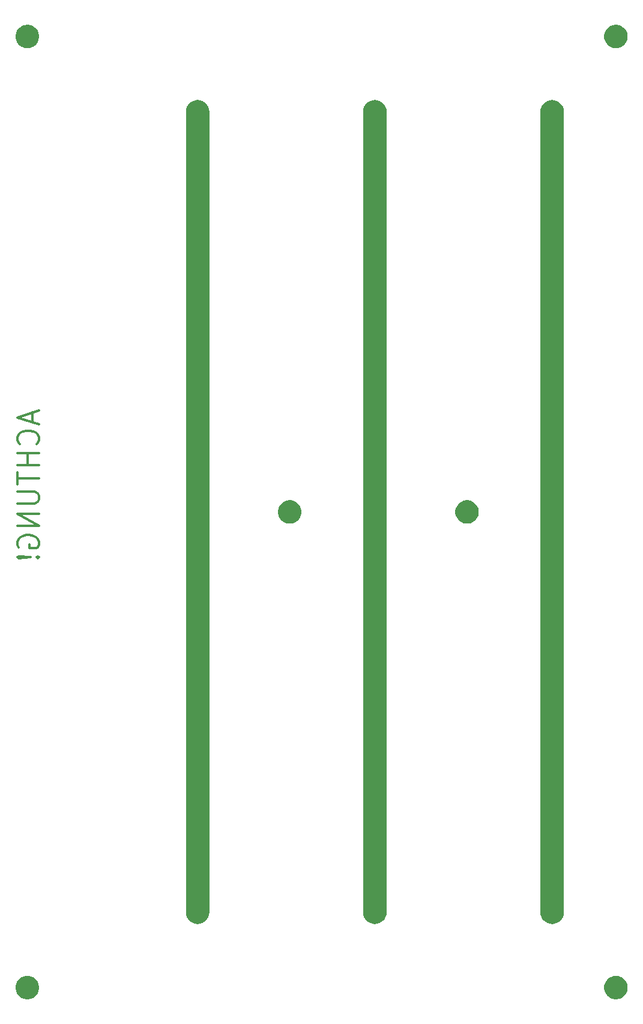
<source format=gbr>
G04 #@! TF.GenerationSoftware,KiCad,Pcbnew,(5.1.5)-3*
G04 #@! TF.CreationDate,2020-02-27T12:36:48+00:00*
G04 #@! TF.ProjectId,midi fader alps 100mm,6d696469-2066-4616-9465-7220616c7073,rev?*
G04 #@! TF.SameCoordinates,Original*
G04 #@! TF.FileFunction,Soldermask,Bot*
G04 #@! TF.FilePolarity,Negative*
%FSLAX46Y46*%
G04 Gerber Fmt 4.6, Leading zero omitted, Abs format (unit mm)*
G04 Created by KiCad (PCBNEW (5.1.5)-3) date 2020-02-27 12:36:48*
%MOMM*%
%LPD*%
G04 APERTURE LIST*
%ADD10C,0.300000*%
%ADD11C,0.100000*%
G04 APERTURE END LIST*
D10*
X225749999Y-104964289D02*
X225749999Y-106392860D01*
X226607142Y-104678574D02*
X223607143Y-105678574D01*
X226607142Y-106678574D01*
X226321428Y-109392859D02*
X226464285Y-109250002D01*
X226607142Y-108821430D01*
X226607142Y-108535716D01*
X226464285Y-108107145D01*
X226178571Y-107821431D01*
X225892856Y-107678573D01*
X225321428Y-107535716D01*
X224892857Y-107535716D01*
X224321428Y-107678573D01*
X224035714Y-107821431D01*
X223750000Y-108107145D01*
X223607143Y-108535716D01*
X223607143Y-108821430D01*
X223750000Y-109250002D01*
X223892857Y-109392859D01*
X226607142Y-110678572D02*
X223607143Y-110678572D01*
X225035714Y-110678572D02*
X225035714Y-112392858D01*
X226607142Y-112392858D02*
X223607143Y-112392858D01*
X223607143Y-113392857D02*
X223607143Y-115107142D01*
X226607142Y-114250000D02*
X223607143Y-114250000D01*
X223607143Y-116107142D02*
X226035714Y-116107142D01*
X226321428Y-116249999D01*
X226464285Y-116392856D01*
X226607142Y-116678570D01*
X226607142Y-117249999D01*
X226464285Y-117535713D01*
X226321428Y-117678570D01*
X226035714Y-117821427D01*
X223607143Y-117821427D01*
X226607142Y-119249998D02*
X223607143Y-119249998D01*
X226607142Y-120964283D01*
X223607143Y-120964283D01*
X223750000Y-123964282D02*
X223607143Y-123678568D01*
X223607143Y-123249997D01*
X223750000Y-122821426D01*
X224035714Y-122535711D01*
X224321428Y-122392854D01*
X224892857Y-122249997D01*
X225321428Y-122249997D01*
X225892856Y-122392854D01*
X226178571Y-122535711D01*
X226464285Y-122821426D01*
X226607142Y-123249997D01*
X226607142Y-123535711D01*
X226464285Y-123964282D01*
X226321428Y-124107139D01*
X225321428Y-124107139D01*
X225321428Y-123535711D01*
X226321428Y-125392853D02*
X226464285Y-125535710D01*
X226607142Y-125392853D01*
X226464285Y-125249996D01*
X226321428Y-125392853D01*
X226607142Y-125392853D01*
X225464285Y-125392853D02*
X223750000Y-125249996D01*
X223607143Y-125392853D01*
X223750000Y-125535710D01*
X225464285Y-125392853D01*
X223607143Y-125392853D01*
D11*
G36*
X225375256Y-184391298D02*
G01*
X225481579Y-184412447D01*
X225782042Y-184536903D01*
X226052451Y-184717585D01*
X226282415Y-184947549D01*
X226463097Y-185217958D01*
X226587553Y-185518421D01*
X226651000Y-185837391D01*
X226651000Y-186162609D01*
X226587553Y-186481579D01*
X226463097Y-186782042D01*
X226282415Y-187052451D01*
X226052451Y-187282415D01*
X225782042Y-187463097D01*
X225481579Y-187587553D01*
X225375256Y-187608702D01*
X225162611Y-187651000D01*
X224837389Y-187651000D01*
X224624744Y-187608702D01*
X224518421Y-187587553D01*
X224217958Y-187463097D01*
X223947549Y-187282415D01*
X223717585Y-187052451D01*
X223536903Y-186782042D01*
X223412447Y-186481579D01*
X223349000Y-186162609D01*
X223349000Y-185837391D01*
X223412447Y-185518421D01*
X223536903Y-185217958D01*
X223717585Y-184947549D01*
X223947549Y-184717585D01*
X224217958Y-184536903D01*
X224518421Y-184412447D01*
X224624744Y-184391298D01*
X224837389Y-184349000D01*
X225162611Y-184349000D01*
X225375256Y-184391298D01*
G37*
G36*
X308375256Y-184391298D02*
G01*
X308481579Y-184412447D01*
X308782042Y-184536903D01*
X309052451Y-184717585D01*
X309282415Y-184947549D01*
X309463097Y-185217958D01*
X309587553Y-185518421D01*
X309651000Y-185837391D01*
X309651000Y-186162609D01*
X309587553Y-186481579D01*
X309463097Y-186782042D01*
X309282415Y-187052451D01*
X309052451Y-187282415D01*
X308782042Y-187463097D01*
X308481579Y-187587553D01*
X308375256Y-187608702D01*
X308162611Y-187651000D01*
X307837389Y-187651000D01*
X307624744Y-187608702D01*
X307518421Y-187587553D01*
X307217958Y-187463097D01*
X306947549Y-187282415D01*
X306717585Y-187052451D01*
X306536903Y-186782042D01*
X306412447Y-186481579D01*
X306349000Y-186162609D01*
X306349000Y-185837391D01*
X306412447Y-185518421D01*
X306536903Y-185217958D01*
X306717585Y-184947549D01*
X306947549Y-184717585D01*
X307217958Y-184536903D01*
X307518421Y-184412447D01*
X307624744Y-184391298D01*
X307837389Y-184349000D01*
X308162611Y-184349000D01*
X308375256Y-184391298D01*
G37*
G36*
X274323650Y-60972888D02*
G01*
X274634869Y-61067296D01*
X274921682Y-61220601D01*
X274921684Y-61220602D01*
X274921683Y-61220602D01*
X275173082Y-61426918D01*
X275379398Y-61678316D01*
X275379401Y-61678320D01*
X275532704Y-61965130D01*
X275627112Y-62276349D01*
X275651000Y-62518893D01*
X275651000Y-175481107D01*
X275627112Y-175723651D01*
X275532704Y-176034870D01*
X275379401Y-176321680D01*
X275379399Y-176321683D01*
X275379398Y-176321684D01*
X275173082Y-176573082D01*
X274921684Y-176779398D01*
X274921680Y-176779401D01*
X274634870Y-176932704D01*
X274323651Y-177027112D01*
X274000000Y-177058988D01*
X273676350Y-177027112D01*
X273365131Y-176932704D01*
X273078321Y-176779401D01*
X273078317Y-176779398D01*
X272826919Y-176573082D01*
X272620603Y-176321684D01*
X272620602Y-176321683D01*
X272620600Y-176321680D01*
X272467297Y-176034870D01*
X272372889Y-175723651D01*
X272349001Y-175481107D01*
X272349000Y-62518894D01*
X272372888Y-62276350D01*
X272467296Y-61965131D01*
X272620601Y-61678318D01*
X272826916Y-61426921D01*
X272826918Y-61426918D01*
X273078316Y-61220602D01*
X273078317Y-61220601D01*
X273078320Y-61220599D01*
X273365130Y-61067296D01*
X273676349Y-60972888D01*
X274000000Y-60941012D01*
X274323650Y-60972888D01*
G37*
G36*
X299323650Y-60972888D02*
G01*
X299634869Y-61067296D01*
X299921682Y-61220601D01*
X299921684Y-61220602D01*
X299921683Y-61220602D01*
X300173082Y-61426918D01*
X300379398Y-61678316D01*
X300379401Y-61678320D01*
X300532704Y-61965130D01*
X300627112Y-62276349D01*
X300651000Y-62518893D01*
X300651000Y-175481107D01*
X300627112Y-175723651D01*
X300532704Y-176034870D01*
X300379401Y-176321680D01*
X300379399Y-176321683D01*
X300379398Y-176321684D01*
X300173082Y-176573082D01*
X299921684Y-176779398D01*
X299921680Y-176779401D01*
X299634870Y-176932704D01*
X299323651Y-177027112D01*
X299000000Y-177058988D01*
X298676350Y-177027112D01*
X298365131Y-176932704D01*
X298078321Y-176779401D01*
X298078317Y-176779398D01*
X297826919Y-176573082D01*
X297620603Y-176321684D01*
X297620602Y-176321683D01*
X297620600Y-176321680D01*
X297467297Y-176034870D01*
X297372889Y-175723651D01*
X297349001Y-175481107D01*
X297349000Y-62518894D01*
X297372888Y-62276350D01*
X297467296Y-61965131D01*
X297620601Y-61678318D01*
X297826916Y-61426921D01*
X297826918Y-61426918D01*
X298078316Y-61220602D01*
X298078317Y-61220601D01*
X298078320Y-61220599D01*
X298365130Y-61067296D01*
X298676349Y-60972888D01*
X299000000Y-60941012D01*
X299323650Y-60972888D01*
G37*
G36*
X249323650Y-60972888D02*
G01*
X249634869Y-61067296D01*
X249921682Y-61220601D01*
X249921684Y-61220602D01*
X249921683Y-61220602D01*
X250173082Y-61426918D01*
X250379398Y-61678316D01*
X250379401Y-61678320D01*
X250532704Y-61965130D01*
X250627112Y-62276349D01*
X250651000Y-62518893D01*
X250651000Y-175481107D01*
X250627112Y-175723651D01*
X250532704Y-176034870D01*
X250379401Y-176321680D01*
X250379399Y-176321683D01*
X250379398Y-176321684D01*
X250173082Y-176573082D01*
X249921684Y-176779398D01*
X249921680Y-176779401D01*
X249634870Y-176932704D01*
X249323651Y-177027112D01*
X249000000Y-177058988D01*
X248676350Y-177027112D01*
X248365131Y-176932704D01*
X248078321Y-176779401D01*
X248078317Y-176779398D01*
X247826919Y-176573082D01*
X247620603Y-176321684D01*
X247620602Y-176321683D01*
X247620600Y-176321680D01*
X247467297Y-176034870D01*
X247372889Y-175723651D01*
X247349001Y-175481107D01*
X247349000Y-62518894D01*
X247372888Y-62276350D01*
X247467296Y-61965131D01*
X247620601Y-61678318D01*
X247826916Y-61426921D01*
X247826918Y-61426918D01*
X248078316Y-61220602D01*
X248078317Y-61220601D01*
X248078320Y-61220599D01*
X248365130Y-61067296D01*
X248676349Y-60972888D01*
X249000000Y-60941012D01*
X249323650Y-60972888D01*
G37*
G36*
X287375256Y-117391298D02*
G01*
X287481579Y-117412447D01*
X287782042Y-117536903D01*
X288052451Y-117717585D01*
X288282415Y-117947549D01*
X288463097Y-118217958D01*
X288587553Y-118518421D01*
X288651000Y-118837391D01*
X288651000Y-119162609D01*
X288587553Y-119481579D01*
X288463097Y-119782042D01*
X288282415Y-120052451D01*
X288052451Y-120282415D01*
X287782042Y-120463097D01*
X287481579Y-120587553D01*
X287375256Y-120608702D01*
X287162611Y-120651000D01*
X286837389Y-120651000D01*
X286624744Y-120608702D01*
X286518421Y-120587553D01*
X286217958Y-120463097D01*
X285947549Y-120282415D01*
X285717585Y-120052451D01*
X285536903Y-119782042D01*
X285412447Y-119481579D01*
X285349000Y-119162609D01*
X285349000Y-118837391D01*
X285412447Y-118518421D01*
X285536903Y-118217958D01*
X285717585Y-117947549D01*
X285947549Y-117717585D01*
X286217958Y-117536903D01*
X286518421Y-117412447D01*
X286624744Y-117391298D01*
X286837389Y-117349000D01*
X287162611Y-117349000D01*
X287375256Y-117391298D01*
G37*
G36*
X262375256Y-117391298D02*
G01*
X262481579Y-117412447D01*
X262782042Y-117536903D01*
X263052451Y-117717585D01*
X263282415Y-117947549D01*
X263463097Y-118217958D01*
X263587553Y-118518421D01*
X263651000Y-118837391D01*
X263651000Y-119162609D01*
X263587553Y-119481579D01*
X263463097Y-119782042D01*
X263282415Y-120052451D01*
X263052451Y-120282415D01*
X262782042Y-120463097D01*
X262481579Y-120587553D01*
X262375256Y-120608702D01*
X262162611Y-120651000D01*
X261837389Y-120651000D01*
X261624744Y-120608702D01*
X261518421Y-120587553D01*
X261217958Y-120463097D01*
X260947549Y-120282415D01*
X260717585Y-120052451D01*
X260536903Y-119782042D01*
X260412447Y-119481579D01*
X260349000Y-119162609D01*
X260349000Y-118837391D01*
X260412447Y-118518421D01*
X260536903Y-118217958D01*
X260717585Y-117947549D01*
X260947549Y-117717585D01*
X261217958Y-117536903D01*
X261518421Y-117412447D01*
X261624744Y-117391298D01*
X261837389Y-117349000D01*
X262162611Y-117349000D01*
X262375256Y-117391298D01*
G37*
G36*
X308375256Y-50391298D02*
G01*
X308481579Y-50412447D01*
X308782042Y-50536903D01*
X309052451Y-50717585D01*
X309282415Y-50947549D01*
X309463097Y-51217958D01*
X309587553Y-51518421D01*
X309651000Y-51837391D01*
X309651000Y-52162609D01*
X309587553Y-52481579D01*
X309463097Y-52782042D01*
X309282415Y-53052451D01*
X309052451Y-53282415D01*
X308782042Y-53463097D01*
X308481579Y-53587553D01*
X308375256Y-53608702D01*
X308162611Y-53651000D01*
X307837389Y-53651000D01*
X307624744Y-53608702D01*
X307518421Y-53587553D01*
X307217958Y-53463097D01*
X306947549Y-53282415D01*
X306717585Y-53052451D01*
X306536903Y-52782042D01*
X306412447Y-52481579D01*
X306349000Y-52162609D01*
X306349000Y-51837391D01*
X306412447Y-51518421D01*
X306536903Y-51217958D01*
X306717585Y-50947549D01*
X306947549Y-50717585D01*
X307217958Y-50536903D01*
X307518421Y-50412447D01*
X307624744Y-50391298D01*
X307837389Y-50349000D01*
X308162611Y-50349000D01*
X308375256Y-50391298D01*
G37*
G36*
X225375256Y-50391298D02*
G01*
X225481579Y-50412447D01*
X225782042Y-50536903D01*
X226052451Y-50717585D01*
X226282415Y-50947549D01*
X226463097Y-51217958D01*
X226587553Y-51518421D01*
X226651000Y-51837391D01*
X226651000Y-52162609D01*
X226587553Y-52481579D01*
X226463097Y-52782042D01*
X226282415Y-53052451D01*
X226052451Y-53282415D01*
X225782042Y-53463097D01*
X225481579Y-53587553D01*
X225375256Y-53608702D01*
X225162611Y-53651000D01*
X224837389Y-53651000D01*
X224624744Y-53608702D01*
X224518421Y-53587553D01*
X224217958Y-53463097D01*
X223947549Y-53282415D01*
X223717585Y-53052451D01*
X223536903Y-52782042D01*
X223412447Y-52481579D01*
X223349000Y-52162609D01*
X223349000Y-51837391D01*
X223412447Y-51518421D01*
X223536903Y-51217958D01*
X223717585Y-50947549D01*
X223947549Y-50717585D01*
X224217958Y-50536903D01*
X224518421Y-50412447D01*
X224624744Y-50391298D01*
X224837389Y-50349000D01*
X225162611Y-50349000D01*
X225375256Y-50391298D01*
G37*
M02*

</source>
